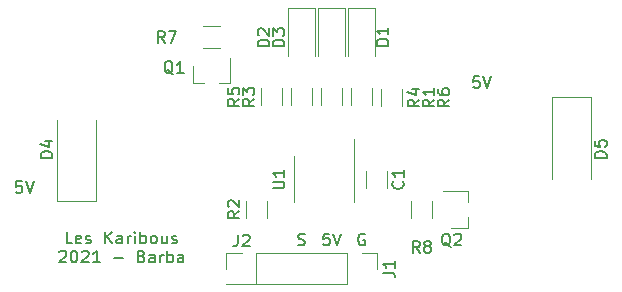
<source format=gbr>
%TF.GenerationSoftware,KiCad,Pcbnew,(5.99.0-11163-g08fb05e522)*%
%TF.CreationDate,2021-11-19T20:45:56+01:00*%
%TF.ProjectId,pumpBoard,70756d70-426f-4617-9264-2e6b69636164,rev?*%
%TF.SameCoordinates,Original*%
%TF.FileFunction,Legend,Top*%
%TF.FilePolarity,Positive*%
%FSLAX46Y46*%
G04 Gerber Fmt 4.6, Leading zero omitted, Abs format (unit mm)*
G04 Created by KiCad (PCBNEW (5.99.0-11163-g08fb05e522)) date 2021-11-19 20:45:56*
%MOMM*%
%LPD*%
G01*
G04 APERTURE LIST*
%ADD10C,0.150000*%
%ADD11C,0.120000*%
G04 APERTURE END LIST*
D10*
X150844285Y-104609761D02*
X150987142Y-104657380D01*
X151225238Y-104657380D01*
X151320476Y-104609761D01*
X151368095Y-104562142D01*
X151415714Y-104466904D01*
X151415714Y-104371666D01*
X151368095Y-104276428D01*
X151320476Y-104228809D01*
X151225238Y-104181190D01*
X151034761Y-104133571D01*
X150939523Y-104085952D01*
X150891904Y-104038333D01*
X150844285Y-103943095D01*
X150844285Y-103847857D01*
X150891904Y-103752619D01*
X150939523Y-103705000D01*
X151034761Y-103657380D01*
X151272857Y-103657380D01*
X151415714Y-103705000D01*
X156471904Y-103705000D02*
X156376666Y-103657380D01*
X156233809Y-103657380D01*
X156090952Y-103705000D01*
X155995714Y-103800238D01*
X155948095Y-103895476D01*
X155900476Y-104085952D01*
X155900476Y-104228809D01*
X155948095Y-104419285D01*
X155995714Y-104514523D01*
X156090952Y-104609761D01*
X156233809Y-104657380D01*
X156329047Y-104657380D01*
X156471904Y-104609761D01*
X156519523Y-104562142D01*
X156519523Y-104228809D01*
X156329047Y-104228809D01*
X131723333Y-104487380D02*
X131247142Y-104487380D01*
X131247142Y-103487380D01*
X132437619Y-104439761D02*
X132342380Y-104487380D01*
X132151904Y-104487380D01*
X132056666Y-104439761D01*
X132009047Y-104344523D01*
X132009047Y-103963571D01*
X132056666Y-103868333D01*
X132151904Y-103820714D01*
X132342380Y-103820714D01*
X132437619Y-103868333D01*
X132485238Y-103963571D01*
X132485238Y-104058809D01*
X132009047Y-104154047D01*
X132866190Y-104439761D02*
X132961428Y-104487380D01*
X133151904Y-104487380D01*
X133247142Y-104439761D01*
X133294761Y-104344523D01*
X133294761Y-104296904D01*
X133247142Y-104201666D01*
X133151904Y-104154047D01*
X133009047Y-104154047D01*
X132913809Y-104106428D01*
X132866190Y-104011190D01*
X132866190Y-103963571D01*
X132913809Y-103868333D01*
X133009047Y-103820714D01*
X133151904Y-103820714D01*
X133247142Y-103868333D01*
X134485238Y-104487380D02*
X134485238Y-103487380D01*
X135056666Y-104487380D02*
X134628095Y-103915952D01*
X135056666Y-103487380D02*
X134485238Y-104058809D01*
X135913809Y-104487380D02*
X135913809Y-103963571D01*
X135866190Y-103868333D01*
X135770952Y-103820714D01*
X135580476Y-103820714D01*
X135485238Y-103868333D01*
X135913809Y-104439761D02*
X135818571Y-104487380D01*
X135580476Y-104487380D01*
X135485238Y-104439761D01*
X135437619Y-104344523D01*
X135437619Y-104249285D01*
X135485238Y-104154047D01*
X135580476Y-104106428D01*
X135818571Y-104106428D01*
X135913809Y-104058809D01*
X136390000Y-104487380D02*
X136390000Y-103820714D01*
X136390000Y-104011190D02*
X136437619Y-103915952D01*
X136485238Y-103868333D01*
X136580476Y-103820714D01*
X136675714Y-103820714D01*
X137009047Y-104487380D02*
X137009047Y-103820714D01*
X137009047Y-103487380D02*
X136961428Y-103535000D01*
X137009047Y-103582619D01*
X137056666Y-103535000D01*
X137009047Y-103487380D01*
X137009047Y-103582619D01*
X137485238Y-104487380D02*
X137485238Y-103487380D01*
X137485238Y-103868333D02*
X137580476Y-103820714D01*
X137770952Y-103820714D01*
X137866190Y-103868333D01*
X137913809Y-103915952D01*
X137961428Y-104011190D01*
X137961428Y-104296904D01*
X137913809Y-104392142D01*
X137866190Y-104439761D01*
X137770952Y-104487380D01*
X137580476Y-104487380D01*
X137485238Y-104439761D01*
X138532857Y-104487380D02*
X138437619Y-104439761D01*
X138390000Y-104392142D01*
X138342380Y-104296904D01*
X138342380Y-104011190D01*
X138390000Y-103915952D01*
X138437619Y-103868333D01*
X138532857Y-103820714D01*
X138675714Y-103820714D01*
X138770952Y-103868333D01*
X138818571Y-103915952D01*
X138866190Y-104011190D01*
X138866190Y-104296904D01*
X138818571Y-104392142D01*
X138770952Y-104439761D01*
X138675714Y-104487380D01*
X138532857Y-104487380D01*
X139723333Y-103820714D02*
X139723333Y-104487380D01*
X139294761Y-103820714D02*
X139294761Y-104344523D01*
X139342380Y-104439761D01*
X139437619Y-104487380D01*
X139580476Y-104487380D01*
X139675714Y-104439761D01*
X139723333Y-104392142D01*
X140151904Y-104439761D02*
X140247142Y-104487380D01*
X140437619Y-104487380D01*
X140532857Y-104439761D01*
X140580476Y-104344523D01*
X140580476Y-104296904D01*
X140532857Y-104201666D01*
X140437619Y-104154047D01*
X140294761Y-104154047D01*
X140199523Y-104106428D01*
X140151904Y-104011190D01*
X140151904Y-103963571D01*
X140199523Y-103868333D01*
X140294761Y-103820714D01*
X140437619Y-103820714D01*
X140532857Y-103868333D01*
X130628095Y-105192619D02*
X130675714Y-105145000D01*
X130770952Y-105097380D01*
X131009047Y-105097380D01*
X131104285Y-105145000D01*
X131151904Y-105192619D01*
X131199523Y-105287857D01*
X131199523Y-105383095D01*
X131151904Y-105525952D01*
X130580476Y-106097380D01*
X131199523Y-106097380D01*
X131818571Y-105097380D02*
X131913809Y-105097380D01*
X132009047Y-105145000D01*
X132056666Y-105192619D01*
X132104285Y-105287857D01*
X132151904Y-105478333D01*
X132151904Y-105716428D01*
X132104285Y-105906904D01*
X132056666Y-106002142D01*
X132009047Y-106049761D01*
X131913809Y-106097380D01*
X131818571Y-106097380D01*
X131723333Y-106049761D01*
X131675714Y-106002142D01*
X131628095Y-105906904D01*
X131580476Y-105716428D01*
X131580476Y-105478333D01*
X131628095Y-105287857D01*
X131675714Y-105192619D01*
X131723333Y-105145000D01*
X131818571Y-105097380D01*
X132532857Y-105192619D02*
X132580476Y-105145000D01*
X132675714Y-105097380D01*
X132913809Y-105097380D01*
X133009047Y-105145000D01*
X133056666Y-105192619D01*
X133104285Y-105287857D01*
X133104285Y-105383095D01*
X133056666Y-105525952D01*
X132485238Y-106097380D01*
X133104285Y-106097380D01*
X134056666Y-106097380D02*
X133485238Y-106097380D01*
X133770952Y-106097380D02*
X133770952Y-105097380D01*
X133675714Y-105240238D01*
X133580476Y-105335476D01*
X133485238Y-105383095D01*
X135247142Y-105716428D02*
X136009047Y-105716428D01*
X137580476Y-105573571D02*
X137723333Y-105621190D01*
X137770952Y-105668809D01*
X137818571Y-105764047D01*
X137818571Y-105906904D01*
X137770952Y-106002142D01*
X137723333Y-106049761D01*
X137628095Y-106097380D01*
X137247142Y-106097380D01*
X137247142Y-105097380D01*
X137580476Y-105097380D01*
X137675714Y-105145000D01*
X137723333Y-105192619D01*
X137770952Y-105287857D01*
X137770952Y-105383095D01*
X137723333Y-105478333D01*
X137675714Y-105525952D01*
X137580476Y-105573571D01*
X137247142Y-105573571D01*
X138675714Y-106097380D02*
X138675714Y-105573571D01*
X138628095Y-105478333D01*
X138532857Y-105430714D01*
X138342380Y-105430714D01*
X138247142Y-105478333D01*
X138675714Y-106049761D02*
X138580476Y-106097380D01*
X138342380Y-106097380D01*
X138247142Y-106049761D01*
X138199523Y-105954523D01*
X138199523Y-105859285D01*
X138247142Y-105764047D01*
X138342380Y-105716428D01*
X138580476Y-105716428D01*
X138675714Y-105668809D01*
X139151904Y-106097380D02*
X139151904Y-105430714D01*
X139151904Y-105621190D02*
X139199523Y-105525952D01*
X139247142Y-105478333D01*
X139342380Y-105430714D01*
X139437619Y-105430714D01*
X139770952Y-106097380D02*
X139770952Y-105097380D01*
X139770952Y-105478333D02*
X139866190Y-105430714D01*
X140056666Y-105430714D01*
X140151904Y-105478333D01*
X140199523Y-105525952D01*
X140247142Y-105621190D01*
X140247142Y-105906904D01*
X140199523Y-106002142D01*
X140151904Y-106049761D01*
X140056666Y-106097380D01*
X139866190Y-106097380D01*
X139770952Y-106049761D01*
X141104285Y-106097380D02*
X141104285Y-105573571D01*
X141056666Y-105478333D01*
X140961428Y-105430714D01*
X140770952Y-105430714D01*
X140675714Y-105478333D01*
X141104285Y-106049761D02*
X141009047Y-106097380D01*
X140770952Y-106097380D01*
X140675714Y-106049761D01*
X140628095Y-105954523D01*
X140628095Y-105859285D01*
X140675714Y-105764047D01*
X140770952Y-105716428D01*
X141009047Y-105716428D01*
X141104285Y-105668809D01*
X166179523Y-90322380D02*
X165703333Y-90322380D01*
X165655714Y-90798571D01*
X165703333Y-90750952D01*
X165798571Y-90703333D01*
X166036666Y-90703333D01*
X166131904Y-90750952D01*
X166179523Y-90798571D01*
X166227142Y-90893809D01*
X166227142Y-91131904D01*
X166179523Y-91227142D01*
X166131904Y-91274761D01*
X166036666Y-91322380D01*
X165798571Y-91322380D01*
X165703333Y-91274761D01*
X165655714Y-91227142D01*
X166512857Y-90322380D02*
X166846190Y-91322380D01*
X167179523Y-90322380D01*
X153479523Y-103657380D02*
X153003333Y-103657380D01*
X152955714Y-104133571D01*
X153003333Y-104085952D01*
X153098571Y-104038333D01*
X153336666Y-104038333D01*
X153431904Y-104085952D01*
X153479523Y-104133571D01*
X153527142Y-104228809D01*
X153527142Y-104466904D01*
X153479523Y-104562142D01*
X153431904Y-104609761D01*
X153336666Y-104657380D01*
X153098571Y-104657380D01*
X153003333Y-104609761D01*
X152955714Y-104562142D01*
X153812857Y-103657380D02*
X154146190Y-104657380D01*
X154479523Y-103657380D01*
X127444523Y-99212380D02*
X126968333Y-99212380D01*
X126920714Y-99688571D01*
X126968333Y-99640952D01*
X127063571Y-99593333D01*
X127301666Y-99593333D01*
X127396904Y-99640952D01*
X127444523Y-99688571D01*
X127492142Y-99783809D01*
X127492142Y-100021904D01*
X127444523Y-100117142D01*
X127396904Y-100164761D01*
X127301666Y-100212380D01*
X127063571Y-100212380D01*
X126968333Y-100164761D01*
X126920714Y-100117142D01*
X127777857Y-99212380D02*
X128111190Y-100212380D01*
X128444523Y-99212380D01*
%TO.C,R7*%
X139533333Y-87512380D02*
X139200000Y-87036190D01*
X138961904Y-87512380D02*
X138961904Y-86512380D01*
X139342857Y-86512380D01*
X139438095Y-86560000D01*
X139485714Y-86607619D01*
X139533333Y-86702857D01*
X139533333Y-86845714D01*
X139485714Y-86940952D01*
X139438095Y-86988571D01*
X139342857Y-87036190D01*
X138961904Y-87036190D01*
X139866666Y-86512380D02*
X140533333Y-86512380D01*
X140104761Y-87512380D01*
%TO.C,R6*%
X163647380Y-92306666D02*
X163171190Y-92640000D01*
X163647380Y-92878095D02*
X162647380Y-92878095D01*
X162647380Y-92497142D01*
X162695000Y-92401904D01*
X162742619Y-92354285D01*
X162837857Y-92306666D01*
X162980714Y-92306666D01*
X163075952Y-92354285D01*
X163123571Y-92401904D01*
X163171190Y-92497142D01*
X163171190Y-92878095D01*
X162647380Y-91449523D02*
X162647380Y-91640000D01*
X162695000Y-91735238D01*
X162742619Y-91782857D01*
X162885476Y-91878095D01*
X163075952Y-91925714D01*
X163456904Y-91925714D01*
X163552142Y-91878095D01*
X163599761Y-91830476D01*
X163647380Y-91735238D01*
X163647380Y-91544761D01*
X163599761Y-91449523D01*
X163552142Y-91401904D01*
X163456904Y-91354285D01*
X163218809Y-91354285D01*
X163123571Y-91401904D01*
X163075952Y-91449523D01*
X163028333Y-91544761D01*
X163028333Y-91735238D01*
X163075952Y-91830476D01*
X163123571Y-91878095D01*
X163218809Y-91925714D01*
%TO.C,R8*%
X161123333Y-105292380D02*
X160790000Y-104816190D01*
X160551904Y-105292380D02*
X160551904Y-104292380D01*
X160932857Y-104292380D01*
X161028095Y-104340000D01*
X161075714Y-104387619D01*
X161123333Y-104482857D01*
X161123333Y-104625714D01*
X161075714Y-104720952D01*
X161028095Y-104768571D01*
X160932857Y-104816190D01*
X160551904Y-104816190D01*
X161694761Y-104720952D02*
X161599523Y-104673333D01*
X161551904Y-104625714D01*
X161504285Y-104530476D01*
X161504285Y-104482857D01*
X161551904Y-104387619D01*
X161599523Y-104340000D01*
X161694761Y-104292380D01*
X161885238Y-104292380D01*
X161980476Y-104340000D01*
X162028095Y-104387619D01*
X162075714Y-104482857D01*
X162075714Y-104530476D01*
X162028095Y-104625714D01*
X161980476Y-104673333D01*
X161885238Y-104720952D01*
X161694761Y-104720952D01*
X161599523Y-104768571D01*
X161551904Y-104816190D01*
X161504285Y-104911428D01*
X161504285Y-105101904D01*
X161551904Y-105197142D01*
X161599523Y-105244761D01*
X161694761Y-105292380D01*
X161885238Y-105292380D01*
X161980476Y-105244761D01*
X162028095Y-105197142D01*
X162075714Y-105101904D01*
X162075714Y-104911428D01*
X162028095Y-104816190D01*
X161980476Y-104768571D01*
X161885238Y-104720952D01*
%TO.C,R1*%
X162377380Y-92306666D02*
X161901190Y-92640000D01*
X162377380Y-92878095D02*
X161377380Y-92878095D01*
X161377380Y-92497142D01*
X161425000Y-92401904D01*
X161472619Y-92354285D01*
X161567857Y-92306666D01*
X161710714Y-92306666D01*
X161805952Y-92354285D01*
X161853571Y-92401904D01*
X161901190Y-92497142D01*
X161901190Y-92878095D01*
X162377380Y-91354285D02*
X162377380Y-91925714D01*
X162377380Y-91640000D02*
X161377380Y-91640000D01*
X161520238Y-91735238D01*
X161615476Y-91830476D01*
X161663095Y-91925714D01*
%TO.C,R3*%
X147137380Y-92241666D02*
X146661190Y-92575000D01*
X147137380Y-92813095D02*
X146137380Y-92813095D01*
X146137380Y-92432142D01*
X146185000Y-92336904D01*
X146232619Y-92289285D01*
X146327857Y-92241666D01*
X146470714Y-92241666D01*
X146565952Y-92289285D01*
X146613571Y-92336904D01*
X146661190Y-92432142D01*
X146661190Y-92813095D01*
X146137380Y-91908333D02*
X146137380Y-91289285D01*
X146518333Y-91622619D01*
X146518333Y-91479761D01*
X146565952Y-91384523D01*
X146613571Y-91336904D01*
X146708809Y-91289285D01*
X146946904Y-91289285D01*
X147042142Y-91336904D01*
X147089761Y-91384523D01*
X147137380Y-91479761D01*
X147137380Y-91765476D01*
X147089761Y-91860714D01*
X147042142Y-91908333D01*
%TO.C,R5*%
X145867380Y-92241666D02*
X145391190Y-92575000D01*
X145867380Y-92813095D02*
X144867380Y-92813095D01*
X144867380Y-92432142D01*
X144915000Y-92336904D01*
X144962619Y-92289285D01*
X145057857Y-92241666D01*
X145200714Y-92241666D01*
X145295952Y-92289285D01*
X145343571Y-92336904D01*
X145391190Y-92432142D01*
X145391190Y-92813095D01*
X144867380Y-91336904D02*
X144867380Y-91813095D01*
X145343571Y-91860714D01*
X145295952Y-91813095D01*
X145248333Y-91717857D01*
X145248333Y-91479761D01*
X145295952Y-91384523D01*
X145343571Y-91336904D01*
X145438809Y-91289285D01*
X145676904Y-91289285D01*
X145772142Y-91336904D01*
X145819761Y-91384523D01*
X145867380Y-91479761D01*
X145867380Y-91717857D01*
X145819761Y-91813095D01*
X145772142Y-91860714D01*
%TO.C,D1*%
X158482380Y-87733095D02*
X157482380Y-87733095D01*
X157482380Y-87495000D01*
X157530000Y-87352142D01*
X157625238Y-87256904D01*
X157720476Y-87209285D01*
X157910952Y-87161666D01*
X158053809Y-87161666D01*
X158244285Y-87209285D01*
X158339523Y-87256904D01*
X158434761Y-87352142D01*
X158482380Y-87495000D01*
X158482380Y-87733095D01*
X158482380Y-86209285D02*
X158482380Y-86780714D01*
X158482380Y-86495000D02*
X157482380Y-86495000D01*
X157625238Y-86590238D01*
X157720476Y-86685476D01*
X157768095Y-86780714D01*
%TO.C,D2*%
X148407380Y-87798095D02*
X147407380Y-87798095D01*
X147407380Y-87560000D01*
X147455000Y-87417142D01*
X147550238Y-87321904D01*
X147645476Y-87274285D01*
X147835952Y-87226666D01*
X147978809Y-87226666D01*
X148169285Y-87274285D01*
X148264523Y-87321904D01*
X148359761Y-87417142D01*
X148407380Y-87560000D01*
X148407380Y-87798095D01*
X147502619Y-86845714D02*
X147455000Y-86798095D01*
X147407380Y-86702857D01*
X147407380Y-86464761D01*
X147455000Y-86369523D01*
X147502619Y-86321904D01*
X147597857Y-86274285D01*
X147693095Y-86274285D01*
X147835952Y-86321904D01*
X148407380Y-86893333D01*
X148407380Y-86274285D01*
%TO.C,J2*%
X145716666Y-103740380D02*
X145716666Y-104454666D01*
X145669047Y-104597523D01*
X145573809Y-104692761D01*
X145430952Y-104740380D01*
X145335714Y-104740380D01*
X146145238Y-103835619D02*
X146192857Y-103788000D01*
X146288095Y-103740380D01*
X146526190Y-103740380D01*
X146621428Y-103788000D01*
X146669047Y-103835619D01*
X146716666Y-103930857D01*
X146716666Y-104026095D01*
X146669047Y-104168952D01*
X146097619Y-104740380D01*
X146716666Y-104740380D01*
%TO.C,J1*%
X157992380Y-106951333D02*
X158706666Y-106951333D01*
X158849523Y-106998952D01*
X158944761Y-107094190D01*
X158992380Y-107237047D01*
X158992380Y-107332285D01*
X158992380Y-105951333D02*
X158992380Y-106522761D01*
X158992380Y-106237047D02*
X157992380Y-106237047D01*
X158135238Y-106332285D01*
X158230476Y-106427523D01*
X158278095Y-106522761D01*
%TO.C,C1*%
X159687142Y-99226666D02*
X159734761Y-99274285D01*
X159782380Y-99417142D01*
X159782380Y-99512380D01*
X159734761Y-99655238D01*
X159639523Y-99750476D01*
X159544285Y-99798095D01*
X159353809Y-99845714D01*
X159210952Y-99845714D01*
X159020476Y-99798095D01*
X158925238Y-99750476D01*
X158830000Y-99655238D01*
X158782380Y-99512380D01*
X158782380Y-99417142D01*
X158830000Y-99274285D01*
X158877619Y-99226666D01*
X159782380Y-98274285D02*
X159782380Y-98845714D01*
X159782380Y-98560000D02*
X158782380Y-98560000D01*
X158925238Y-98655238D01*
X159020476Y-98750476D01*
X159068095Y-98845714D01*
%TO.C,R4*%
X161107380Y-92306666D02*
X160631190Y-92640000D01*
X161107380Y-92878095D02*
X160107380Y-92878095D01*
X160107380Y-92497142D01*
X160155000Y-92401904D01*
X160202619Y-92354285D01*
X160297857Y-92306666D01*
X160440714Y-92306666D01*
X160535952Y-92354285D01*
X160583571Y-92401904D01*
X160631190Y-92497142D01*
X160631190Y-92878095D01*
X160440714Y-91449523D02*
X161107380Y-91449523D01*
X160059761Y-91687619D02*
X160774047Y-91925714D01*
X160774047Y-91306666D01*
%TO.C,D3*%
X149677380Y-87798095D02*
X148677380Y-87798095D01*
X148677380Y-87560000D01*
X148725000Y-87417142D01*
X148820238Y-87321904D01*
X148915476Y-87274285D01*
X149105952Y-87226666D01*
X149248809Y-87226666D01*
X149439285Y-87274285D01*
X149534523Y-87321904D01*
X149629761Y-87417142D01*
X149677380Y-87560000D01*
X149677380Y-87798095D01*
X148677380Y-86893333D02*
X148677380Y-86274285D01*
X149058333Y-86607619D01*
X149058333Y-86464761D01*
X149105952Y-86369523D01*
X149153571Y-86321904D01*
X149248809Y-86274285D01*
X149486904Y-86274285D01*
X149582142Y-86321904D01*
X149629761Y-86369523D01*
X149677380Y-86464761D01*
X149677380Y-86750476D01*
X149629761Y-86845714D01*
X149582142Y-86893333D01*
%TO.C,D4*%
X130032380Y-97258095D02*
X129032380Y-97258095D01*
X129032380Y-97020000D01*
X129080000Y-96877142D01*
X129175238Y-96781904D01*
X129270476Y-96734285D01*
X129460952Y-96686666D01*
X129603809Y-96686666D01*
X129794285Y-96734285D01*
X129889523Y-96781904D01*
X129984761Y-96877142D01*
X130032380Y-97020000D01*
X130032380Y-97258095D01*
X129365714Y-95829523D02*
X130032380Y-95829523D01*
X128984761Y-96067619D02*
X129699047Y-96305714D01*
X129699047Y-95686666D01*
%TO.C,Q2*%
X163734761Y-104752619D02*
X163639523Y-104705000D01*
X163544285Y-104609761D01*
X163401428Y-104466904D01*
X163306190Y-104419285D01*
X163210952Y-104419285D01*
X163258571Y-104657380D02*
X163163333Y-104609761D01*
X163068095Y-104514523D01*
X163020476Y-104324047D01*
X163020476Y-103990714D01*
X163068095Y-103800238D01*
X163163333Y-103705000D01*
X163258571Y-103657380D01*
X163449047Y-103657380D01*
X163544285Y-103705000D01*
X163639523Y-103800238D01*
X163687142Y-103990714D01*
X163687142Y-104324047D01*
X163639523Y-104514523D01*
X163544285Y-104609761D01*
X163449047Y-104657380D01*
X163258571Y-104657380D01*
X164068095Y-103752619D02*
X164115714Y-103705000D01*
X164210952Y-103657380D01*
X164449047Y-103657380D01*
X164544285Y-103705000D01*
X164591904Y-103752619D01*
X164639523Y-103847857D01*
X164639523Y-103943095D01*
X164591904Y-104085952D01*
X164020476Y-104657380D01*
X164639523Y-104657380D01*
%TO.C,U1*%
X148677380Y-99821904D02*
X149486904Y-99821904D01*
X149582142Y-99774285D01*
X149629761Y-99726666D01*
X149677380Y-99631428D01*
X149677380Y-99440952D01*
X149629761Y-99345714D01*
X149582142Y-99298095D01*
X149486904Y-99250476D01*
X148677380Y-99250476D01*
X149677380Y-98250476D02*
X149677380Y-98821904D01*
X149677380Y-98536190D02*
X148677380Y-98536190D01*
X148820238Y-98631428D01*
X148915476Y-98726666D01*
X148963095Y-98821904D01*
%TO.C,R2*%
X145867380Y-101766666D02*
X145391190Y-102100000D01*
X145867380Y-102338095D02*
X144867380Y-102338095D01*
X144867380Y-101957142D01*
X144915000Y-101861904D01*
X144962619Y-101814285D01*
X145057857Y-101766666D01*
X145200714Y-101766666D01*
X145295952Y-101814285D01*
X145343571Y-101861904D01*
X145391190Y-101957142D01*
X145391190Y-102338095D01*
X144962619Y-101385714D02*
X144915000Y-101338095D01*
X144867380Y-101242857D01*
X144867380Y-101004761D01*
X144915000Y-100909523D01*
X144962619Y-100861904D01*
X145057857Y-100814285D01*
X145153095Y-100814285D01*
X145295952Y-100861904D01*
X145867380Y-101433333D01*
X145867380Y-100814285D01*
%TO.C,Q1*%
X140239761Y-90147619D02*
X140144523Y-90100000D01*
X140049285Y-90004761D01*
X139906428Y-89861904D01*
X139811190Y-89814285D01*
X139715952Y-89814285D01*
X139763571Y-90052380D02*
X139668333Y-90004761D01*
X139573095Y-89909523D01*
X139525476Y-89719047D01*
X139525476Y-89385714D01*
X139573095Y-89195238D01*
X139668333Y-89100000D01*
X139763571Y-89052380D01*
X139954047Y-89052380D01*
X140049285Y-89100000D01*
X140144523Y-89195238D01*
X140192142Y-89385714D01*
X140192142Y-89719047D01*
X140144523Y-89909523D01*
X140049285Y-90004761D01*
X139954047Y-90052380D01*
X139763571Y-90052380D01*
X141144523Y-90052380D02*
X140573095Y-90052380D01*
X140858809Y-90052380D02*
X140858809Y-89052380D01*
X140763571Y-89195238D01*
X140668333Y-89290476D01*
X140573095Y-89338095D01*
%TO.C,D5*%
X176942380Y-97258095D02*
X175942380Y-97258095D01*
X175942380Y-97020000D01*
X175990000Y-96877142D01*
X176085238Y-96781904D01*
X176180476Y-96734285D01*
X176370952Y-96686666D01*
X176513809Y-96686666D01*
X176704285Y-96734285D01*
X176799523Y-96781904D01*
X176894761Y-96877142D01*
X176942380Y-97020000D01*
X176942380Y-97258095D01*
X175942380Y-95781904D02*
X175942380Y-96258095D01*
X176418571Y-96305714D01*
X176370952Y-96258095D01*
X176323333Y-96162857D01*
X176323333Y-95924761D01*
X176370952Y-95829523D01*
X176418571Y-95781904D01*
X176513809Y-95734285D01*
X176751904Y-95734285D01*
X176847142Y-95781904D01*
X176894761Y-95829523D01*
X176942380Y-95924761D01*
X176942380Y-96162857D01*
X176894761Y-96258095D01*
X176847142Y-96305714D01*
D11*
%TO.C,R7*%
X144237064Y-87905000D02*
X142782936Y-87905000D01*
X144237064Y-86085000D02*
X142782936Y-86085000D01*
%TO.C,R6*%
X157840000Y-92867064D02*
X157840000Y-91412936D01*
X159660000Y-92867064D02*
X159660000Y-91412936D01*
%TO.C,R8*%
X162200000Y-100872936D02*
X162200000Y-102327064D01*
X160380000Y-100872936D02*
X160380000Y-102327064D01*
%TO.C,R1*%
X155300000Y-92802064D02*
X155300000Y-91347936D01*
X157120000Y-92802064D02*
X157120000Y-91347936D01*
%TO.C,R3*%
X150220000Y-92802064D02*
X150220000Y-91347936D01*
X152040000Y-92802064D02*
X152040000Y-91347936D01*
%TO.C,R5*%
X147680000Y-91347936D02*
X147680000Y-92802064D01*
X149500000Y-91347936D02*
X149500000Y-92802064D01*
%TO.C,D1*%
X157345000Y-88595000D02*
X157345000Y-84535000D01*
X155075000Y-84535000D02*
X155075000Y-88595000D01*
X157345000Y-84535000D02*
X155075000Y-84535000D01*
%TO.C,D2*%
X152265000Y-84535000D02*
X149995000Y-84535000D01*
X152265000Y-88595000D02*
X152265000Y-84535000D01*
X149995000Y-84535000D02*
X149995000Y-88595000D01*
%TO.C,J2*%
X144720000Y-106618000D02*
X144720000Y-105288000D01*
X144720000Y-107888000D02*
X147380000Y-107888000D01*
X147380000Y-107888000D02*
X147380000Y-107948000D01*
X144720000Y-105288000D02*
X146050000Y-105288000D01*
X144720000Y-107948000D02*
X147380000Y-107948000D01*
X144720000Y-107888000D02*
X144720000Y-107948000D01*
%TO.C,J1*%
X154940000Y-107948000D02*
X147260000Y-107948000D01*
X154940000Y-105288000D02*
X154940000Y-107948000D01*
X147260000Y-105288000D02*
X147260000Y-107948000D01*
X156210000Y-105288000D02*
X157540000Y-105288000D01*
X157540000Y-105288000D02*
X157540000Y-106618000D01*
X154940000Y-105288000D02*
X147260000Y-105288000D01*
%TO.C,C1*%
X156570000Y-98348748D02*
X156570000Y-99771252D01*
X158390000Y-98348748D02*
X158390000Y-99771252D01*
%TO.C,R4*%
X152760000Y-92802064D02*
X152760000Y-91347936D01*
X154580000Y-92802064D02*
X154580000Y-91347936D01*
%TO.C,D3*%
X154805000Y-84535000D02*
X152535000Y-84535000D01*
X154805000Y-88595000D02*
X154805000Y-84535000D01*
X152535000Y-84535000D02*
X152535000Y-88595000D01*
%TO.C,D4*%
X130430000Y-100920000D02*
X133730000Y-100920000D01*
X133730000Y-100920000D02*
X133730000Y-94020000D01*
X130430000Y-100920000D02*
X130430000Y-94020000D01*
%TO.C,Q2*%
X165225000Y-100020000D02*
X163065000Y-100020000D01*
X165225000Y-100020000D02*
X165225000Y-100950000D01*
X165225000Y-103180000D02*
X165225000Y-102250000D01*
X165225000Y-103180000D02*
X163765000Y-103180000D01*
%TO.C,U1*%
X150475000Y-99060000D02*
X150475000Y-97110000D01*
X150475000Y-99060000D02*
X150475000Y-101010000D01*
X155595000Y-99060000D02*
X155595000Y-95610000D01*
X155595000Y-99060000D02*
X155595000Y-101010000D01*
%TO.C,R2*%
X146410000Y-100872936D02*
X146410000Y-102327064D01*
X148230000Y-100872936D02*
X148230000Y-102327064D01*
%TO.C,Q1*%
X141930000Y-90930000D02*
X142860000Y-90930000D01*
X141930000Y-90930000D02*
X141930000Y-89470000D01*
X145090000Y-90930000D02*
X145090000Y-88770000D01*
X145090000Y-90930000D02*
X144160000Y-90930000D01*
%TO.C,D5*%
X175640000Y-92120000D02*
X172340000Y-92120000D01*
X175640000Y-92120000D02*
X175640000Y-99020000D01*
X172340000Y-92120000D02*
X172340000Y-99020000D01*
%TD*%
M02*

</source>
